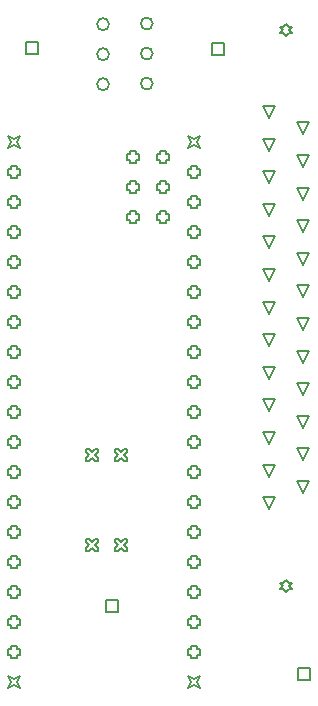
<source format=gbr>
G04 Layer_Color=2752767*
%FSLAX45Y45*%
%MOMM*%
%TF.FileFunction,Drawing*%
%TF.Part,Single*%
G01*
G75*
%TA.AperFunction,NonConductor*%
%ADD23C,0.12700*%
%ADD52C,0.16933*%
D23*
X349202Y5649199D02*
Y5750799D01*
X450802D01*
Y5649199D01*
X349202D01*
X2649198Y349199D02*
Y450799D01*
X2750798D01*
Y349199D01*
X2649198D01*
X2407999Y1792600D02*
X2357199Y1894200D01*
X2458799D01*
X2407999Y1792600D01*
X2692002Y1930649D02*
X2641202Y2032249D01*
X2742802D01*
X2692002Y1930649D01*
X2407999Y2068698D02*
X2357199Y2170298D01*
X2458799D01*
X2407999Y2068698D01*
X2692002Y2206747D02*
X2641202Y2308347D01*
X2742802D01*
X2692002Y2206747D01*
X2407999Y2344796D02*
X2357199Y2446396D01*
X2458799D01*
X2407999Y2344796D01*
X2692002Y2482850D02*
X2641202Y2584450D01*
X2742802D01*
X2692002Y2482850D01*
X2407999Y2620899D02*
X2357199Y2722499D01*
X2458799D01*
X2407999Y2620899D01*
X2692002Y2758948D02*
X2641202Y2860548D01*
X2742802D01*
X2692002Y2758948D01*
X2407999Y2896997D02*
X2357199Y2998597D01*
X2458799D01*
X2407999Y2896997D01*
X2692002Y3035046D02*
X2641202Y3136646D01*
X2742802D01*
X2692002Y3035046D01*
X2407999Y3173100D02*
X2357199Y3274700D01*
X2458799D01*
X2407999Y3173100D01*
X2692002Y3311149D02*
X2641202Y3412749D01*
X2742802D01*
X2692002Y3311149D01*
X2407999Y3449198D02*
X2357199Y3550798D01*
X2458799D01*
X2407999Y3449198D01*
X2692002Y3587247D02*
X2641202Y3688847D01*
X2742802D01*
X2692002Y3587247D01*
X2407999Y3725296D02*
X2357199Y3826896D01*
X2458799D01*
X2407999Y3725296D01*
X2692002Y3863350D02*
X2641202Y3964950D01*
X2742802D01*
X2692002Y3863350D01*
X2407999Y4001399D02*
X2357199Y4102999D01*
X2458799D01*
X2407999Y4001399D01*
X2692002Y4139448D02*
X2641202Y4241048D01*
X2742802D01*
X2692002Y4139448D01*
X2407999Y4277497D02*
X2357199Y4379097D01*
X2458799D01*
X2407999Y4277497D01*
X2692002Y4415546D02*
X2641202Y4517146D01*
X2742802D01*
X2692002Y4415546D01*
X2407999Y4553600D02*
X2357199Y4655200D01*
X2458799D01*
X2407999Y4553600D01*
X2692002Y4691649D02*
X2641202Y4793249D01*
X2742802D01*
X2692002Y4691649D01*
X2407999Y4829698D02*
X2357199Y4931298D01*
X2458799D01*
X2407999Y4829698D01*
X2692002Y4967747D02*
X2641202Y5069347D01*
X2742802D01*
X2692002Y4967747D01*
X2407999Y5105796D02*
X2357199Y5207396D01*
X2458799D01*
X2407999Y5105796D01*
X2550000Y5801797D02*
X2575400Y5827197D01*
X2600800D01*
X2575400Y5852597D01*
X2600800Y5877997D01*
X2575400D01*
X2550000Y5903397D01*
X2524600Y5877997D01*
X2499200D01*
X2524600Y5852597D01*
X2499200Y5827197D01*
X2524600D01*
X2550000Y5801797D01*
Y1096599D02*
X2575400Y1121999D01*
X2600800D01*
X2575400Y1147399D01*
X2600800Y1172799D01*
X2575400D01*
X2550000Y1198199D01*
X2524600Y1172799D01*
X2499200D01*
X2524600Y1147399D01*
X2499200Y1121999D01*
X2524600D01*
X2550000Y1096599D01*
X1722199Y4848200D02*
X1747599Y4899000D01*
X1722199Y4949800D01*
X1772999Y4924400D01*
X1823799Y4949800D01*
X1798399Y4899000D01*
X1823799Y4848200D01*
X1772999Y4873600D01*
X1722199Y4848200D01*
X198199D02*
X223599Y4899000D01*
X198199Y4949800D01*
X248999Y4924400D01*
X299799Y4949800D01*
X274399Y4899000D01*
X299799Y4848200D01*
X248999Y4873600D01*
X198199Y4848200D01*
Y276200D02*
X223599Y327000D01*
X198199Y377800D01*
X248999Y352400D01*
X299799Y377800D01*
X274399Y327000D01*
X299799Y276200D01*
X248999Y301600D01*
X198199Y276200D01*
X1722199D02*
X1747599Y327000D01*
X1722199Y377800D01*
X1772999Y352400D01*
X1823799Y377800D01*
X1798399Y327000D01*
X1823799Y276200D01*
X1772999Y301600D01*
X1722199Y276200D01*
X1480899Y4238600D02*
Y4213200D01*
X1531699D01*
Y4238600D01*
X1557099D01*
Y4289400D01*
X1531699D01*
Y4314800D01*
X1480899D01*
Y4289400D01*
X1455499D01*
Y4238600D01*
X1480899D01*
X1226899D02*
Y4213200D01*
X1277699D01*
Y4238600D01*
X1303099D01*
Y4289400D01*
X1277699D01*
Y4314800D01*
X1226899D01*
Y4289400D01*
X1201499D01*
Y4238600D01*
X1226899D01*
X1480899Y4492600D02*
Y4467200D01*
X1531699D01*
Y4492600D01*
X1557099D01*
Y4543400D01*
X1531699D01*
Y4568800D01*
X1480899D01*
Y4543400D01*
X1455499D01*
Y4492600D01*
X1480899D01*
X1226899D02*
Y4467200D01*
X1277699D01*
Y4492600D01*
X1303099D01*
Y4543400D01*
X1277699D01*
Y4568800D01*
X1226899D01*
Y4543400D01*
X1201499D01*
Y4492600D01*
X1226899D01*
X1480899Y4746600D02*
Y4721200D01*
X1531699D01*
Y4746600D01*
X1557099D01*
Y4797400D01*
X1531699D01*
Y4822800D01*
X1480899D01*
Y4797400D01*
X1455499D01*
Y4746600D01*
X1480899D01*
X1226899D02*
Y4721200D01*
X1277699D01*
Y4746600D01*
X1303099D01*
Y4797400D01*
X1277699D01*
Y4822800D01*
X1226899D01*
Y4797400D01*
X1201499D01*
Y4746600D01*
X1226899D01*
X223599Y2841600D02*
Y2816200D01*
X274399D01*
Y2841600D01*
X299799D01*
Y2892400D01*
X274399D01*
Y2917800D01*
X223599D01*
Y2892400D01*
X198199D01*
Y2841600D01*
X223599D01*
Y3095600D02*
Y3070200D01*
X274399D01*
Y3095600D01*
X299799D01*
Y3146400D01*
X274399D01*
Y3171800D01*
X223599D01*
Y3146400D01*
X198199D01*
Y3095600D01*
X223599D01*
Y4619600D02*
Y4594200D01*
X274399D01*
Y4619600D01*
X299799D01*
Y4670400D01*
X274399D01*
Y4695800D01*
X223599D01*
Y4670400D01*
X198199D01*
Y4619600D01*
X223599D01*
Y4365600D02*
Y4340200D01*
X274399D01*
Y4365600D01*
X299799D01*
Y4416400D01*
X274399D01*
Y4441800D01*
X223599D01*
Y4416400D01*
X198199D01*
Y4365600D01*
X223599D01*
Y4111600D02*
Y4086200D01*
X274399D01*
Y4111600D01*
X299799D01*
Y4162400D01*
X274399D01*
Y4187800D01*
X223599D01*
Y4162400D01*
X198199D01*
Y4111600D01*
X223599D01*
Y3857600D02*
Y3832200D01*
X274399D01*
Y3857600D01*
X299799D01*
Y3908400D01*
X274399D01*
Y3933800D01*
X223599D01*
Y3908400D01*
X198199D01*
Y3857600D01*
X223599D01*
Y3603600D02*
Y3578200D01*
X274399D01*
Y3603600D01*
X299799D01*
Y3654400D01*
X274399D01*
Y3679800D01*
X223599D01*
Y3654400D01*
X198199D01*
Y3603600D01*
X223599D01*
Y3349600D02*
Y3324200D01*
X274399D01*
Y3349600D01*
X299799D01*
Y3400400D01*
X274399D01*
Y3425800D01*
X223599D01*
Y3400400D01*
X198199D01*
Y3349600D01*
X223599D01*
Y555600D02*
Y530200D01*
X274399D01*
Y555600D01*
X299799D01*
Y606400D01*
X274399D01*
Y631800D01*
X223599D01*
Y606400D01*
X198199D01*
Y555600D01*
X223599D01*
Y809600D02*
Y784200D01*
X274399D01*
Y809600D01*
X299799D01*
Y860400D01*
X274399D01*
Y885800D01*
X223599D01*
Y860400D01*
X198199D01*
Y809600D01*
X223599D01*
Y1063600D02*
Y1038200D01*
X274399D01*
Y1063600D01*
X299799D01*
Y1114400D01*
X274399D01*
Y1139800D01*
X223599D01*
Y1114400D01*
X198199D01*
Y1063600D01*
X223599D01*
Y2587600D02*
Y2562200D01*
X274399D01*
Y2587600D01*
X299799D01*
Y2638400D01*
X274399D01*
Y2663800D01*
X223599D01*
Y2638400D01*
X198199D01*
Y2587600D01*
X223599D01*
Y2333600D02*
Y2308200D01*
X274399D01*
Y2333600D01*
X299799D01*
Y2384400D01*
X274399D01*
Y2409800D01*
X223599D01*
Y2384400D01*
X198199D01*
Y2333600D01*
X223599D01*
Y2079600D02*
Y2054200D01*
X274399D01*
Y2079600D01*
X299799D01*
Y2130400D01*
X274399D01*
Y2155800D01*
X223599D01*
Y2130400D01*
X198199D01*
Y2079600D01*
X223599D01*
Y1825600D02*
Y1800200D01*
X274399D01*
Y1825600D01*
X299799D01*
Y1876400D01*
X274399D01*
Y1901800D01*
X223599D01*
Y1876400D01*
X198199D01*
Y1825600D01*
X223599D01*
Y1571600D02*
Y1546200D01*
X274399D01*
Y1571600D01*
X299799D01*
Y1622400D01*
X274399D01*
Y1647800D01*
X223599D01*
Y1622400D01*
X198199D01*
Y1571600D01*
X223599D01*
Y1317600D02*
Y1292200D01*
X274399D01*
Y1317600D01*
X299799D01*
Y1368400D01*
X274399D01*
Y1393800D01*
X223599D01*
Y1368400D01*
X198199D01*
Y1317600D01*
X223599D01*
X1747599Y2841600D02*
Y2816200D01*
X1798399D01*
Y2841600D01*
X1823799D01*
Y2892400D01*
X1798399D01*
Y2917800D01*
X1747599D01*
Y2892400D01*
X1722199D01*
Y2841600D01*
X1747599D01*
Y3095600D02*
Y3070200D01*
X1798399D01*
Y3095600D01*
X1823799D01*
Y3146400D01*
X1798399D01*
Y3171800D01*
X1747599D01*
Y3146400D01*
X1722199D01*
Y3095600D01*
X1747599D01*
Y4619600D02*
Y4594200D01*
X1798399D01*
Y4619600D01*
X1823799D01*
Y4670400D01*
X1798399D01*
Y4695800D01*
X1747599D01*
Y4670400D01*
X1722199D01*
Y4619600D01*
X1747599D01*
Y4365600D02*
Y4340200D01*
X1798399D01*
Y4365600D01*
X1823799D01*
Y4416400D01*
X1798399D01*
Y4441800D01*
X1747599D01*
Y4416400D01*
X1722199D01*
Y4365600D01*
X1747599D01*
Y4111600D02*
Y4086200D01*
X1798399D01*
Y4111600D01*
X1823799D01*
Y4162400D01*
X1798399D01*
Y4187800D01*
X1747599D01*
Y4162400D01*
X1722199D01*
Y4111600D01*
X1747599D01*
Y3857600D02*
Y3832200D01*
X1798399D01*
Y3857600D01*
X1823799D01*
Y3908400D01*
X1798399D01*
Y3933800D01*
X1747599D01*
Y3908400D01*
X1722199D01*
Y3857600D01*
X1747599D01*
Y3603600D02*
Y3578200D01*
X1798399D01*
Y3603600D01*
X1823799D01*
Y3654400D01*
X1798399D01*
Y3679800D01*
X1747599D01*
Y3654400D01*
X1722199D01*
Y3603600D01*
X1747599D01*
Y3349600D02*
Y3324200D01*
X1798399D01*
Y3349600D01*
X1823799D01*
Y3400400D01*
X1798399D01*
Y3425800D01*
X1747599D01*
Y3400400D01*
X1722199D01*
Y3349600D01*
X1747599D01*
Y555600D02*
Y530200D01*
X1798399D01*
Y555600D01*
X1823799D01*
Y606400D01*
X1798399D01*
Y631800D01*
X1747599D01*
Y606400D01*
X1722199D01*
Y555600D01*
X1747599D01*
Y809600D02*
Y784200D01*
X1798399D01*
Y809600D01*
X1823799D01*
Y860400D01*
X1798399D01*
Y885800D01*
X1747599D01*
Y860400D01*
X1722199D01*
Y809600D01*
X1747599D01*
Y1063600D02*
Y1038200D01*
X1798399D01*
Y1063600D01*
X1823799D01*
Y1114400D01*
X1798399D01*
Y1139800D01*
X1747599D01*
Y1114400D01*
X1722199D01*
Y1063600D01*
X1747599D01*
Y2587600D02*
Y2562200D01*
X1798399D01*
Y2587600D01*
X1823799D01*
Y2638400D01*
X1798399D01*
Y2663800D01*
X1747599D01*
Y2638400D01*
X1722199D01*
Y2587600D01*
X1747599D01*
Y2333600D02*
Y2308200D01*
X1798399D01*
Y2333600D01*
X1823799D01*
Y2384400D01*
X1798399D01*
Y2409800D01*
X1747599D01*
Y2384400D01*
X1722199D01*
Y2333600D01*
X1747599D01*
Y2079600D02*
Y2054200D01*
X1798399D01*
Y2079600D01*
X1823799D01*
Y2130400D01*
X1798399D01*
Y2155800D01*
X1747599D01*
Y2130400D01*
X1722199D01*
Y2079600D01*
X1747599D01*
Y1825600D02*
Y1800200D01*
X1798399D01*
Y1825600D01*
X1823799D01*
Y1876400D01*
X1798399D01*
Y1901800D01*
X1747599D01*
Y1876400D01*
X1722199D01*
Y1825600D01*
X1747599D01*
Y1571600D02*
Y1546200D01*
X1798399D01*
Y1571600D01*
X1823799D01*
Y1622400D01*
X1798399D01*
Y1647800D01*
X1747599D01*
Y1622400D01*
X1722199D01*
Y1571600D01*
X1747599D01*
Y1317600D02*
Y1292200D01*
X1798399D01*
Y1317600D01*
X1823799D01*
Y1368400D01*
X1798399D01*
Y1393800D01*
X1747599D01*
Y1368400D01*
X1722199D01*
Y1317600D01*
X1747599D01*
X858701Y1438407D02*
X884101D01*
X909501Y1463807D01*
X934901Y1438407D01*
X960301D01*
Y1463807D01*
X934901Y1489207D01*
X960301Y1514607D01*
Y1540007D01*
X934901D01*
X909501Y1514607D01*
X884101Y1540007D01*
X858701D01*
Y1514607D01*
X884101Y1489207D01*
X858701Y1463807D01*
Y1438407D01*
Y2200407D02*
X884101D01*
X909501Y2225807D01*
X934901Y2200407D01*
X960301D01*
Y2225807D01*
X934901Y2251207D01*
X960301Y2276607D01*
Y2302007D01*
X934901D01*
X909501Y2276607D01*
X884101Y2302007D01*
X858701D01*
Y2276607D01*
X884101Y2251207D01*
X858701Y2225807D01*
Y2200407D01*
X1100001Y1438407D02*
X1125401D01*
X1150801Y1463807D01*
X1176201Y1438407D01*
X1201601D01*
Y1463807D01*
X1176201Y1489207D01*
X1201601Y1514607D01*
Y1540007D01*
X1176201D01*
X1150801Y1514607D01*
X1125401Y1540007D01*
X1100001D01*
Y1514607D01*
X1125401Y1489207D01*
X1100001Y1463807D01*
Y1438407D01*
Y2200407D02*
X1125401D01*
X1150801Y2225807D01*
X1176201Y2200407D01*
X1201601D01*
Y2225807D01*
X1176201Y2251207D01*
X1201601Y2276607D01*
Y2302007D01*
X1176201D01*
X1150801Y2276607D01*
X1125401Y2302007D01*
X1100001D01*
Y2276607D01*
X1125401Y2251207D01*
X1100001Y2225807D01*
Y2200407D01*
X1919202Y5639201D02*
Y5740801D01*
X2020802D01*
Y5639201D01*
X1919202D01*
X1029201Y919201D02*
Y1020801D01*
X1130801D01*
Y919201D01*
X1029201D01*
D52*
X1420498Y5397602D02*
G03*
X1420498Y5397602I-50800J0D01*
G01*
Y5651602D02*
G03*
X1420498Y5651602I-50800J0D01*
G01*
Y5905602D02*
G03*
X1420498Y5905602I-50800J0D01*
G01*
X1050801Y5391998D02*
G03*
X1050801Y5391998I-50800J0D01*
G01*
Y5645998D02*
G03*
X1050801Y5645998I-50800J0D01*
G01*
Y5899998D02*
G03*
X1050801Y5899998I-50800J0D01*
G01*
%TF.MD5,ab931e023a18e8789dd12827e4d1d673*%
M02*

</source>
